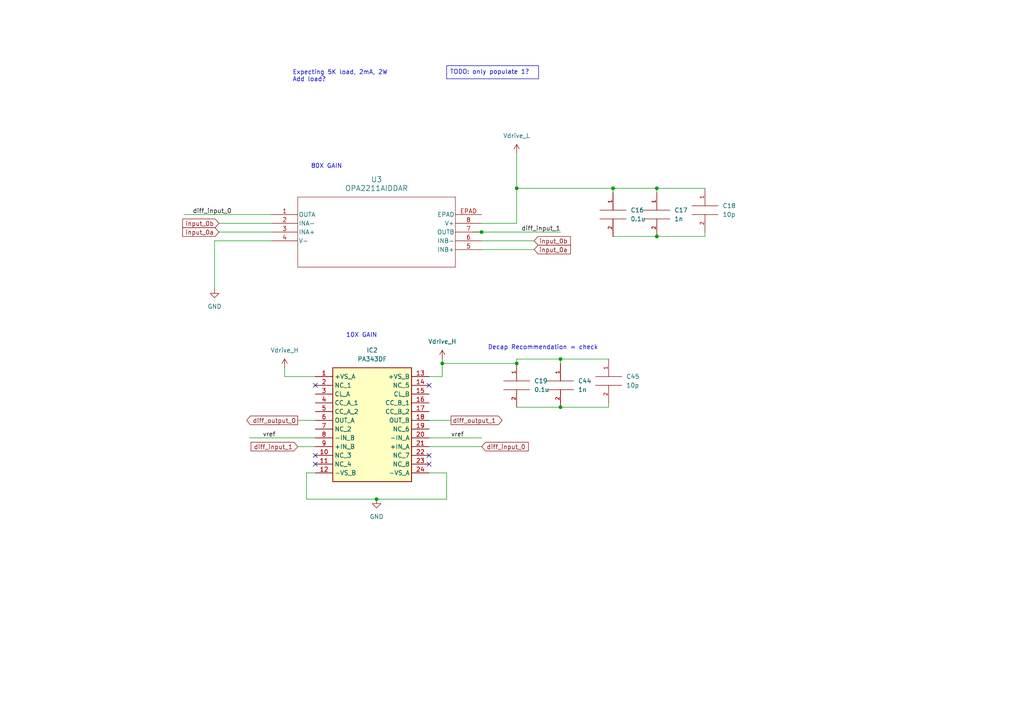
<source format=kicad_sch>
(kicad_sch (version 20231120) (generator "eeschema") (generator_version "8.0")
  (paper "A4")
  (lib_symbols
    (symbol "_PHASE:OPA2211AIDDAR" (pin_names (offset 0.254))
      (property "Reference" "U" (at 30.48 10.16 0))
      (property "Value" "OPA2211AIDDAR" (at 30.48 7.62 0))
      (symbol "OPA2211AIDDAR_0_1"
        (polyline (pts (xy 7.62 -15.24) (xy 53.34 -15.24)) (stroke (width 0.127)))
        (polyline (pts (xy 7.62 5.08) (xy 7.62 -15.24)) (stroke (width 0.127)))
        (polyline (pts (xy 53.34 -15.24) (xy 53.34 5.08)) (stroke (width 0.127)))
        (polyline (pts (xy 53.34 5.08) (xy 7.62 5.08)) (stroke (width 0.127)))
        (pin output line (at 0 0 0) (length 7.62) (name "OUTA") (number "1"))
        (pin input line (at 0 -2.54 0) (length 7.62) (name "INA-") (number "2"))
        (pin input line (at 0 -5.08 0) (length 7.62) (name "INA+") (number "3"))
        (pin power_in line (at 0 -7.62 0) (length 7.62) (name "V-") (number "4"))
        (pin input line (at 60.96 -10.16 180) (length 7.62) (name "INB+") (number "5"))
        (pin input line (at 60.96 -7.62 180) (length 7.62) (name "INB-") (number "6"))
        (pin output line (at 60.96 -5.08 180) (length 7.62) (name "OUTB") (number "7"))
        (pin power_in line (at 60.96 -2.54 180) (length 7.62) (name "V+") (number "8"))
        (pin unspecified line (at 60.96 0 180) (length 7.62) (name "EPAD") (number "EPAD"))
      )
    )
    (symbol "_PHASE:PA343DF"
      (property "Reference" "IC" (at 29.21 7.62 0))
      (property "Value" "PA343DF" (at 29.21 5.08 0))
      (symbol "PA343DF_1_1"
        (rectangle (start 5.08 2.54) (end 27.94 -30.48) (stroke (width 0.254)) (fill (type background)))
        (pin passive line (at 0 0 0) (length 5.08) (name "+VS_A") (number "1"))
        (pin passive line (at 0 -22.86 0) (length 5.08) (name "NC_3") (number "10"))
        (pin passive line (at 0 -25.4 0) (length 5.08) (name "NC_4") (number "11"))
        (pin passive line (at 0 -27.94 0) (length 5.08) (name "-VS_B") (number "12"))
        (pin passive line (at 33.02 0 180) (length 5.08) (name "+VS_B") (number "13"))
        (pin passive line (at 33.02 -2.54 180) (length 5.08) (name "NC_5") (number "14"))
        (pin passive line (at 33.02 -5.08 180) (length 5.08) (name "CL_B") (number "15"))
        (pin passive line (at 33.02 -7.62 180) (length 5.08) (name "CC_B_1") (number "16"))
        (pin passive line (at 33.02 -10.16 180) (length 5.08) (name "CC_B_2") (number "17"))
        (pin passive line (at 33.02 -12.7 180) (length 5.08) (name "OUT_B") (number "18"))
        (pin passive line (at 33.02 -15.24 180) (length 5.08) (name "NC_6") (number "19"))
        (pin passive line (at 0 -2.54 0) (length 5.08) (name "NC_1") (number "2"))
        (pin passive line (at 33.02 -17.78 180) (length 5.08) (name "-IN_A") (number "20"))
        (pin passive line (at 33.02 -20.32 180) (length 5.08) (name "+IN_A") (number "21"))
        (pin passive line (at 33.02 -22.86 180) (length 5.08) (name "NC_7") (number "22"))
        (pin passive line (at 33.02 -25.4 180) (length 5.08) (name "NC_8") (number "23"))
        (pin passive line (at 33.02 -27.94 180) (length 5.08) (name "-VS_A") (number "24"))
        (pin passive line (at 0 -5.08 0) (length 5.08) (name "CL_A") (number "3"))
        (pin passive line (at 0 -7.62 0) (length 5.08) (name "CC_A_1") (number "4"))
        (pin passive line (at 0 -10.16 0) (length 5.08) (name "CC_A_2") (number "5"))
        (pin passive line (at 0 -12.7 0) (length 5.08) (name "OUT_A") (number "6"))
        (pin passive line (at 0 -15.24 0) (length 5.08) (name "NC_2") (number "7"))
        (pin passive line (at 0 -17.78 0) (length 5.08) (name "-IN_B") (number "8"))
        (pin passive line (at 0 -20.32 0) (length 5.08) (name "+IN_B") (number "9"))
      )
    )
    (symbol "power:GND" (power) (pin_numbers hide) (pin_names (offset 0) hide)
      (property "Value" "GND" (at 0 -3.81 0))
      (symbol "GND_0_1"
        (polyline (pts (xy 0 0) (xy 0 -1.27) (xy 1.27 -1.27) (xy 0 -2.54) (xy -1.27 -1.27) (xy 0 -1.27)))
      )
      (symbol "GND_1_1"
        (pin power_in line (at 0 0 270) (length 0) (name "~") (number "1"))
      )
    )
    (symbol "power:Vdrive" (power) (pin_numbers hide) (pin_names (offset 0) hide)
      (property "Value" "Vdrive" (at 0 3.556 0))
      (symbol "Vdrive_0_1"
        (polyline (pts (xy -0.762 1.27) (xy 0 2.54)))
        (polyline (pts (xy 0 0) (xy 0 2.54)))
        (polyline (pts (xy 0 2.54) (xy 0.762 1.27)))
      )
      (symbol "Vdrive_1_1"
        (pin power_in line (at 0 0 90) (length 0) (name "~") (number "1"))
      )
    )
    (symbol "pspice:C" (pin_names (offset 0.254))
      (property "Reference" "C" (at 2.54 3.81 90))
      (property "Value" "C" (at 2.54 -3.81 90))
      (symbol "C_0_1"
        (polyline (pts (xy -3.81 -1.27) (xy 3.81 -1.27)))
        (polyline (pts (xy -3.81 1.27) (xy 3.81 1.27)))
      )
      (symbol "C_1_1"
        (pin passive line (at 0 6.35 270) (length 5.08) (name "~") (number "1"))
        (pin passive line (at 0 -6.35 90) (length 5.08) (name "~") (number "2"))
      )
    )
  )
  (junction (at 177.8 54.61))
  (junction (at 162.56 104.14))
  (junction (at 162.56 118.11))
  (junction (at 190.5 68.58))
  (junction (at 149.86 54.61))
  (junction (at 139.7 67.31))
  (junction (at 190.5 54.61))
  (junction (at 149.86 105.41))
  (junction (at 109.22 144.78))
  (junction (at 128.27 105.41))
  (no_connect (at 124.46 132.08))
  (no_connect (at 91.44 111.76))
  (no_connect (at 124.46 134.62))
  (no_connect (at 91.44 134.62))
  (no_connect (at 124.46 111.76))
  (no_connect (at 91.44 132.08))
  (wire (pts (xy 154.94 69.85) (xy 139.7 69.85)))
  (wire (pts (xy 128.27 105.41) (xy 128.27 109.22)))
  (wire (pts (xy 88.9 144.78) (xy 109.22 144.78)))
  (wire (pts (xy 128.27 104.14) (xy 128.27 105.41)))
  (wire (pts (xy 72.39 127) (xy 91.44 127)))
  (wire (pts (xy 149.86 44.45) (xy 149.86 54.61)))
  (wire (pts (xy 124.46 137.16) (xy 129.54 137.16)))
  (wire (pts (xy 149.86 54.61) (xy 149.86 64.77)))
  (wire (pts (xy 149.86 54.61) (xy 177.8 54.61)))
  (wire (pts (xy 88.9 137.16) (xy 88.9 144.78)))
  (wire (pts (xy 149.86 118.11) (xy 162.56 118.11)))
  (wire (pts (xy 177.8 54.61) (xy 190.5 54.61)))
  (wire (pts (xy 139.7 64.77) (xy 149.86 64.77)))
  (wire (pts (xy 177.8 68.58) (xy 190.5 68.58)))
  (wire (pts (xy 63.5 67.31) (xy 78.74 67.31)))
  (wire (pts (xy 190.5 68.58) (xy 204.47 68.58)))
  (wire (pts (xy 78.74 69.85) (xy 62.23 69.85)))
  (wire (pts (xy 177.8 55.88) (xy 177.8 54.61)))
  (wire (pts (xy 149.86 105.41) (xy 149.86 104.14)))
  (wire (pts (xy 109.22 144.78) (xy 129.54 144.78)))
  (wire (pts (xy 128.27 105.41) (xy 149.86 105.41)))
  (wire (pts (xy 53.34 62.23) (xy 78.74 62.23)))
  (wire (pts (xy 154.94 72.39) (xy 139.7 72.39)))
  (wire (pts (xy 162.56 105.41) (xy 162.56 104.14)))
  (wire (pts (xy 124.46 109.22) (xy 128.27 109.22)))
  (wire (pts (xy 62.23 69.85) (xy 62.23 83.82)))
  (wire (pts (xy 91.44 137.16) (xy 88.9 137.16)))
  (wire (pts (xy 176.53 118.11) (xy 176.53 116.84)))
  (wire (pts (xy 149.86 104.14) (xy 162.56 104.14)))
  (wire (pts (xy 137.16 67.31) (xy 139.7 67.31)))
  (wire (pts (xy 86.36 121.92) (xy 91.44 121.92)))
  (wire (pts (xy 204.47 68.58) (xy 204.47 67.31)))
  (wire (pts (xy 124.46 121.92) (xy 130.81 121.92)))
  (wire (pts (xy 129.54 137.16) (xy 129.54 144.78)))
  (wire (pts (xy 190.5 55.88) (xy 190.5 54.61)))
  (wire (pts (xy 139.7 127) (xy 124.46 127)))
  (wire (pts (xy 82.55 109.22) (xy 91.44 109.22)))
  (wire (pts (xy 139.7 129.54) (xy 124.46 129.54)))
  (wire (pts (xy 162.56 104.14) (xy 176.53 104.14)))
  (wire (pts (xy 86.36 129.54) (xy 91.44 129.54)))
  (wire (pts (xy 82.55 106.68) (xy 82.55 109.22)))
  (wire (pts (xy 63.5 64.77) (xy 78.74 64.77)))
  (wire (pts (xy 162.56 118.11) (xy 176.53 118.11)))
  (wire (pts (xy 190.5 54.61) (xy 204.47 54.61)))
  (wire (pts (xy 139.7 67.31) (xy 162.56 67.31)))
  (text_box "TODO: only populate 1?" (at 129.54 19.05 0) (size 26.67 3.81) (effects (font (size 1.27 1.27)) (justify left top)))
  (text "Decap Recommendation = check\n" (at 141.478 101.6 0) (effects (font (size 1.27 1.27)) (justify left bottom)))
  (text "80X GAIN" (at 90.17 49.022 0) (effects (font (size 1.27 1.27)) (justify left bottom)))
  (text "Expecting 5K load, 2mA, 2W\nAdd load?" (at 84.836 23.876 0) (effects (font (size 1.27 1.27)) (justify left bottom)))
  (text "10X GAIN\n" (at 100.33 98.044 0) (effects (font (size 1.27 1.27)) (justify left bottom)))
  (label "diff_input_0" (at 55.88 62.23 0))
  (label "diff_input_1" (at 162.56 67.31 180))
  (label "vref" (at 130.81 127 0))
  (label "vref" (at 76.2 127 0))
  (global_label "input_0a" (shape input) (at 154.94 72.39 0) (property "Intersheetrefs" "${INTERSHEET_REFS}" (effects (hide yes))))
  (global_label "input_0a" (shape input) (at 63.5 67.31 180) (property "Intersheetrefs" "${INTERSHEET_REFS}" (effects (hide yes))))
  (global_label "diff_input_0" (shape input) (at 139.7 129.54 0) (property "Intersheetrefs" "${INTERSHEET_REFS}" (effects (hide yes))))
  (global_label "diff_input_1" (shape input) (at 86.36 129.54 180) (property "Intersheetrefs" "${INTERSHEET_REFS}" (effects (hide yes))))
  (global_label "diff_output_0" (shape output) (at 86.36 121.92 180) (property "Intersheetrefs" "${INTERSHEET_REFS}" (effects (hide yes))))
  (global_label "diff_output_1" (shape output) (at 130.81 121.92 0) (property "Intersheetrefs" "${INTERSHEET_REFS}" (effects (hide yes))))
  (global_label "input_0b" (shape input) (at 63.5 64.77 180) (property "Intersheetrefs" "${INTERSHEET_REFS}" (effects (hide yes))))
  (global_label "input_0b" (shape input) (at 154.94 69.85 0) (property "Intersheetrefs" "${INTERSHEET_REFS}" (effects (hide yes))))
  (symbol (lib_id "pspice:C") (at 176.53 110.49 0) (unit 1)
    (property "Reference" "C45" (at 181.61 109.2199 0) (effects (justify left)))
    (property "Value" "10p" (at 181.61 111.7599 0) (effects (justify left)))
    (property "Footprint" "Capacitor_SMD:C_0402_1005Metric" (effects (hide yes)))
    (instances (project "amp_board" (path "" (reference "C45") (unit 1)) (path "" (reference "C51") (unit 1))))
  )
  (symbol (lib_id "power:Vdrive") (at 82.55 106.68 0) (unit 1)
    (property "Reference" "#PWR06" (effects (hide yes)))
    (property "Value" "Vdrive_H" (at 82.55 101.6 0))
    (property "Description" "Power symbol creates a global label with name \"Vdrive\"" (effects (hide yes)))
    (instances (project "amp_board" (path "" (reference "#PWR06") (unit 1)) (path "" (reference "#PWR040") (unit 1)) (path "" (reference "#PWR047") (unit 1))))
  )
  (symbol (lib_id "power:Vdrive") (at 149.86 44.45 0) (unit 1)
    (property "Reference" "#PWR07" (effects (hide yes)))
    (property "Value" "Vdrive_L" (at 149.86 39.37 0))
    (property "Description" "Power symbol creates a global label with name \"Vdrive\"" (effects (hide yes)))
    (instances (project "amp_board" (path "" (reference "#PWR07") (unit 1)) (path "" (reference "#PWR045") (unit 1)) (path "" (reference "#PWR066") (unit 1))))
  )
  (symbol (lib_id "pspice:C") (at 177.8 62.23 0) (unit 1)
    (property "Reference" "C16" (at 182.88 60.9599 0) (effects (justify left)))
    (property "Value" "0.1u" (at 182.88 63.4999 0) (effects (justify left)))
    (property "Footprint" "Capacitor_SMD:C_0402_1005Metric" (effects (hide yes)))
    (instances (project "amp_board" (path "" (reference "C16") (unit 1)) (path "" (reference "C46") (unit 1)) (path "" (reference "C52") (unit 1))))
  )
  (symbol (lib_id "power:Vdrive") (at 128.27 104.14 0) (unit 1)
    (property "Reference" "#PWR044" (effects (hide yes)))
    (property "Value" "Vdrive_H" (at 128.27 99.06 0))
    (property "Description" "Power symbol creates a global label with name \"Vdrive\"" (effects (hide yes)))
    (instances (project "amp_board" (path "" (reference "#PWR044") (unit 1)) (path "" (reference "#PWR065") (unit 1))))
  )
  (symbol (lib_id "power:GND") (at 62.23 83.82 0) (unit 1)
    (property "Reference" "#PWR08" (effects (hide yes)))
    (property "Value" "GND" (at 62.23 88.9 0))
    (property "Description" "Power symbol creates a global label with name \"GND\" , ground" (effects (hide yes)))
    (instances (project "amp_board" (path "" (reference "#PWR08") (unit 1)) (path "" (reference "#PWR09") (unit 1)) (path "" (reference "#PWR046") (unit 1))))
  )
  (symbol (lib_id "pspice:C") (at 204.47 60.96 0) (unit 1)
    (property "Reference" "C18" (at 209.55 59.6899 0) (effects (justify left)))
    (property "Value" "10p" (at 209.55 62.2299 0) (effects (justify left)))
    (property "Footprint" "Capacitor_SMD:C_0402_1005Metric" (effects (hide yes)))
    (instances (project "amp_board" (path "" (reference "C18") (unit 1)) (path "" (reference "C48") (unit 1)) (path "" (reference "C54") (unit 1))))
  )
  (symbol (lib_id "_PHASE:PA343DF") (at 91.44 109.22 0) (unit 1)
    (property "Reference" "IC2" (at 107.95 101.6 0))
    (property "Value" "PA343DF" (at 107.95 104.14 0))
    (property "Footprint" "726_footprints:PA341DF" (effects (hide yes)))
    (property "Datasheet" "https://www.apexanalog.com/resources/products/pa343u.pdf" (effects (hide yes)))
    (property "Description" "The PA343DF is a low cost, high voltage power amplifier. This dual high voltage MOSFET operational amplifier achieves performance features previously found only in hybrid designs while increasing reliability. By placing two amplifiers in a single package, the result is a cost effective solution to applications where multiple amplifiers are required. Inputs are protected from excessive common mode and differential mode voltages. The safe operating area (SOA) has no secondary breakdown limitations and can be" (effects (hide yes)))
    (property "Height" "3.6" (effects (hide yes)))
    (property "Manufacturer_Name" "Apex Microtechnology" (effects (hide yes)))
    (property "Manufacturer_Part_Number" "PA343DF" (effects (hide yes)))
    (property "Mouser Part Number" "137-PA343DF" (effects (hide yes)))
    (property "Mouser Price/Stock" "https://www.mouser.co.uk/ProductDetail/Apex-Microtechnology/PA343DF?qs=TiOZkKH1s2QMr3Xgr8bNzQ%3D%3D" (effects (hide yes)))
    (property "Simulation Data" "https://www.apexanalog.com/resources/spicemodels/PA343.zip" (effects (hide yes)))
    (instances (project "amp_board" (path "" (reference "IC2") (unit 1)) (path "" (reference "IC3") (unit 1))))
  )
  (symbol (lib_id "_PHASE:OPA2211AIDDAR") (at 78.74 62.23 0) (unit 1)
    (property "Reference" "U3" (at 109.22 52.07 0) (effects (font (size 1.524 1.524))))
    (property "Value" "OPA2211AIDDAR" (at 109.22 54.61 0) (effects (font (size 1.524 1.524))))
    (property "Footprint" "726_footprints:OPA2211AIDDAR_L" (effects (hide yes)))
    (property "Datasheet" "OPA2211AIDDAR" (effects (hide yes)))
    (instances (project "amp_board" (path "" (reference "U3") (unit 1)) (path "" (reference "U4") (unit 1))))
  )
  (symbol (lib_id "pspice:C") (at 190.5 62.23 0) (unit 1)
    (property "Reference" "C17" (at 195.58 60.9599 0) (effects (justify left)))
    (property "Value" "1n" (at 195.58 63.4999 0) (effects (justify left)))
    (property "Footprint" "Capacitor_SMD:C_0402_1005Metric" (effects (hide yes)))
    (instances (project "amp_board" (path "" (reference "C17") (unit 1)) (path "" (reference "C47") (unit 1)) (path "" (reference "C53") (unit 1))))
  )
  (symbol (lib_id "pspice:C") (at 149.86 111.76 0) (unit 1)
    (property "Reference" "C19" (at 154.94 110.4899 0) (effects (justify left)))
    (property "Value" "0.1u" (at 154.94 113.0299 0) (effects (justify left)))
    (property "Footprint" "Capacitor_SMD:C_0402_1005Metric" (effects (hide yes)))
    (instances (project "amp_board" (path "" (reference "C19") (unit 1)) (path "" (reference "C49") (unit 1))))
  )
  (symbol (lib_id "pspice:C") (at 162.56 111.76 0) (unit 1)
    (property "Reference" "C44" (at 167.64 110.4899 0) (effects (justify left)))
    (property "Value" "1n" (at 167.64 113.0299 0) (effects (justify left)))
    (property "Footprint" "Capacitor_SMD:C_0402_1005Metric" (effects (hide yes)))
    (instances (project "amp_board" (path "" (reference "C44") (unit 1)) (path "" (reference "C50") (unit 1))))
  )
  (symbol (lib_id "power:GND") (at 109.22 144.78 0) (unit 1)
    (property "Reference" "#PWR042" (effects (hide yes)))
    (property "Value" "GND" (at 109.22 149.86 0))
    (property "Description" "Power symbol creates a global label with name \"GND\" , ground" (effects (hide yes)))
    (instances (project "amp_board" (path "" (reference "#PWR042") (unit 1)) (path "" (reference "#PWR048") (unit 1))))
  )
)
</source>
